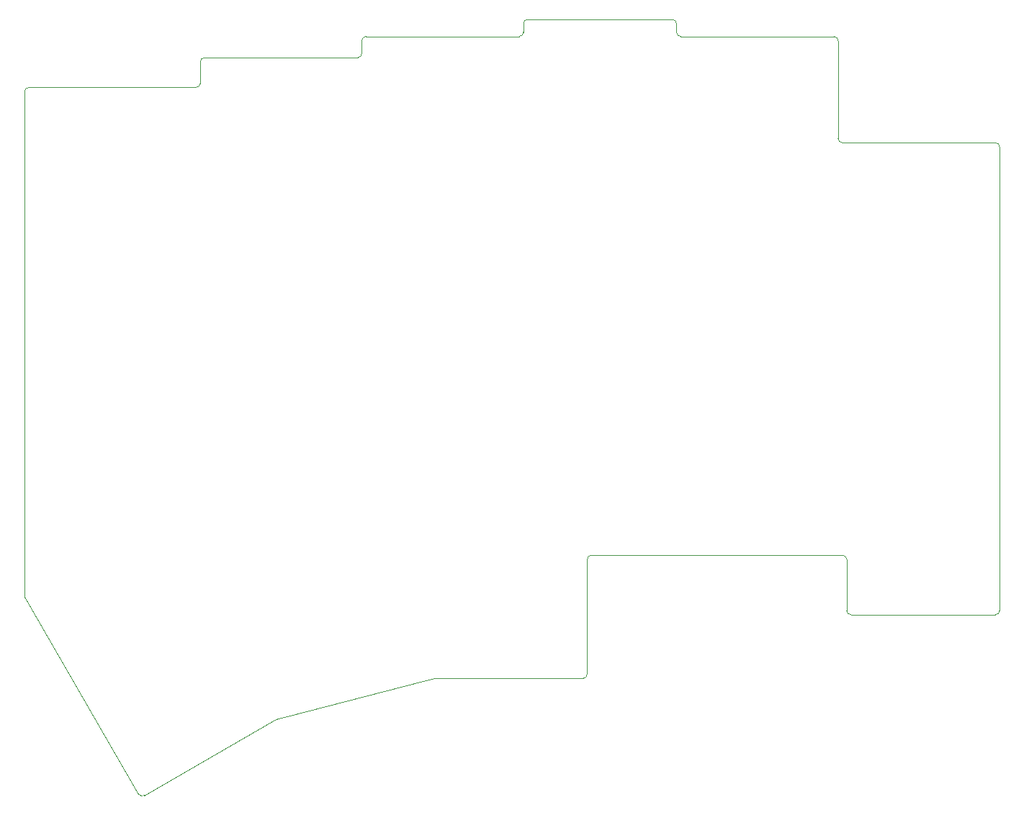
<source format=gm1>
G04 #@! TF.GenerationSoftware,KiCad,Pcbnew,(6.0.2)*
G04 #@! TF.CreationDate,2022-03-08T09:31:39+01:00*
G04 #@! TF.ProjectId,pierce,70696572-6365-42e6-9b69-6361645f7063,v 0.1*
G04 #@! TF.SameCoordinates,Original*
G04 #@! TF.FileFunction,Profile,NP*
%FSLAX46Y46*%
G04 Gerber Fmt 4.6, Leading zero omitted, Abs format (unit mm)*
G04 Created by KiCad (PCBNEW (6.0.2)) date 2022-03-08 09:31:39*
%MOMM*%
%LPD*%
G01*
G04 APERTURE LIST*
G04 #@! TA.AperFunction,Profile*
%ADD10C,0.050000*%
G04 #@! TD*
G04 APERTURE END LIST*
D10*
X172203847Y-39811400D02*
G75*
G03*
X171703847Y-39311400I-500001J-1D01*
G01*
X116203848Y-46811400D02*
X116203847Y-44311400D01*
X191203847Y-53311400D02*
G75*
G03*
X191703847Y-53811400I500001J1D01*
G01*
X143703847Y-116811401D02*
X125084582Y-121605660D01*
X209703847Y-109311400D02*
X192703846Y-109311400D01*
X95557400Y-107200000D02*
X95557400Y-47811400D01*
X115703848Y-47311400D02*
G75*
G03*
X116203848Y-46811400I-1J500001D01*
G01*
X172203847Y-40811400D02*
G75*
G03*
X172703847Y-41311400I500001J1D01*
G01*
X135203847Y-43311400D02*
X135203847Y-41811400D01*
X116703847Y-43811400D02*
X119703846Y-43811400D01*
X119703846Y-43811400D02*
X134703847Y-43811400D01*
X116703847Y-43811400D02*
G75*
G03*
X116203847Y-44311400I1J-500001D01*
G01*
X172703847Y-41311400D02*
X190703847Y-41311400D01*
X192203846Y-108811400D02*
G75*
G03*
X192703846Y-109311400I500001J1D01*
G01*
X192203846Y-108811400D02*
X192203846Y-102811400D01*
X162203847Y-102311401D02*
G75*
G03*
X161703847Y-102811400I0J-500000D01*
G01*
X161703847Y-102811400D02*
X161703846Y-116311400D01*
X209703847Y-109311400D02*
G75*
G03*
X210203847Y-108811400I-1J500001D01*
G01*
X135703847Y-41311400D02*
G75*
G03*
X135203847Y-41811400I1J-500001D01*
G01*
X125084582Y-121605660D02*
X109636422Y-130560645D01*
X172203847Y-39811400D02*
X172203847Y-40811400D01*
X161203847Y-116811401D02*
X143703847Y-116811401D01*
X161203847Y-116811401D02*
G75*
G03*
X161703846Y-116311400I1J499998D01*
G01*
X191203847Y-41811400D02*
G75*
G03*
X190703847Y-41311400I-500001J-1D01*
G01*
X96057400Y-47311400D02*
X115703848Y-47311400D01*
X96057400Y-47311400D02*
G75*
G03*
X95557400Y-47811400I1J-500001D01*
G01*
X210203847Y-54311400D02*
X210203847Y-108811400D01*
X154703847Y-39311400D02*
G75*
G03*
X154203847Y-39811400I1J-500001D01*
G01*
X192203846Y-102811400D02*
G75*
G03*
X191703847Y-102311400I-500000J0D01*
G01*
X153703847Y-41311400D02*
G75*
G03*
X154203847Y-40811400I-1J500001D01*
G01*
X135703847Y-41311400D02*
X153703847Y-41311400D01*
X134703847Y-43811400D02*
G75*
G03*
X135203847Y-43311400I-1J500001D01*
G01*
X191703847Y-53811400D02*
X209703846Y-53811401D01*
X191703847Y-102311400D02*
X162203847Y-102311401D01*
X154703847Y-39311400D02*
X171703847Y-39311400D01*
X154203847Y-40811400D02*
X154203847Y-39811400D01*
X108953091Y-130378824D02*
X95557400Y-107200000D01*
X191203847Y-41811400D02*
X191203847Y-53311400D01*
X108953091Y-130378824D02*
G75*
G03*
X109636422Y-130560645I432576J250755D01*
G01*
X210203847Y-54311400D02*
G75*
G03*
X209703846Y-53811401I-500000J-1D01*
G01*
M02*

</source>
